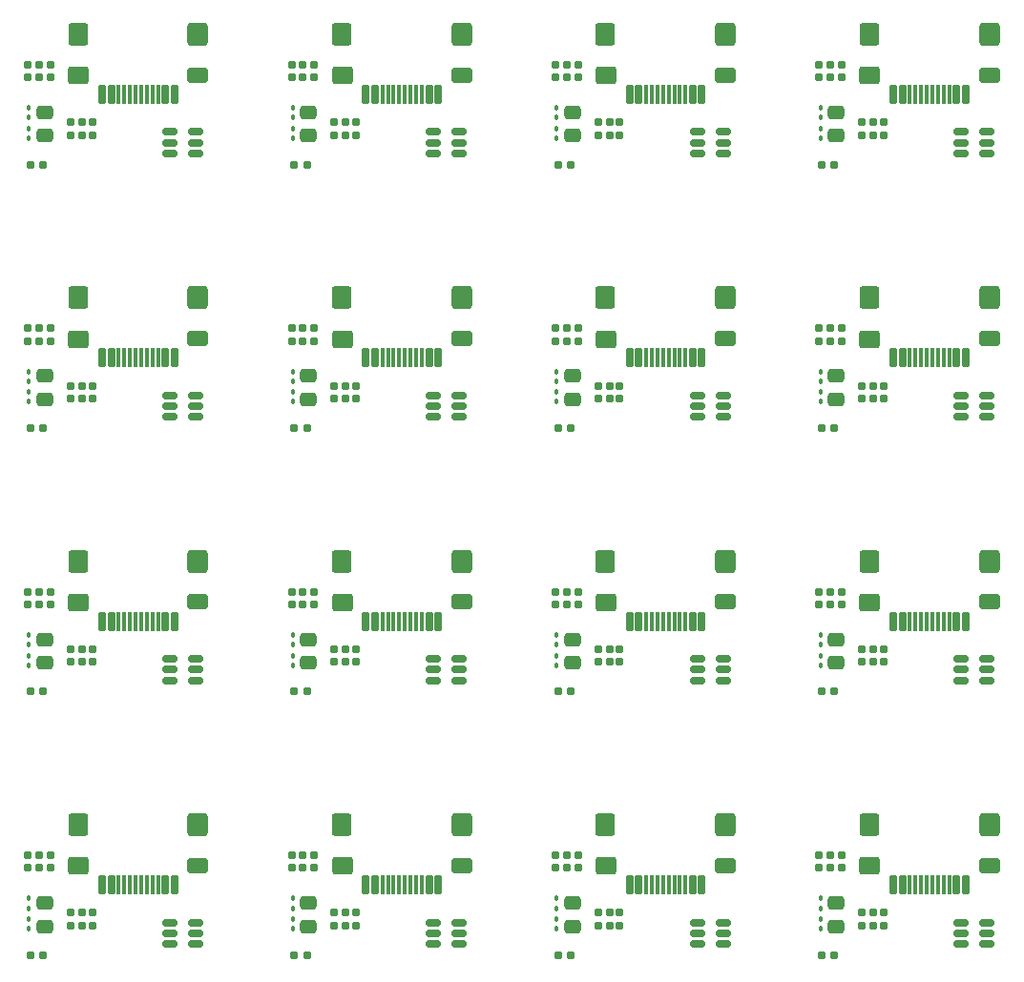
<source format=gtp>
G04 #@! TF.GenerationSoftware,KiCad,Pcbnew,8.0.6*
G04 #@! TF.CreationDate,2024-11-12T16:38:53+01:00*
G04 #@! TF.ProjectId,USB-C_Adapter - nutzen,5553422d-435f-4416-9461-70746572202d,rev?*
G04 #@! TF.SameCoordinates,Original*
G04 #@! TF.FileFunction,Paste,Top*
G04 #@! TF.FilePolarity,Positive*
%FSLAX46Y46*%
G04 Gerber Fmt 4.6, Leading zero omitted, Abs format (unit mm)*
G04 Created by KiCad (PCBNEW 8.0.6) date 2024-11-12 16:38:53*
%MOMM*%
%LPD*%
G01*
G04 APERTURE LIST*
G04 Aperture macros list*
%AMRoundRect*
0 Rectangle with rounded corners*
0 $1 Rounding radius*
0 $2 $3 $4 $5 $6 $7 $8 $9 X,Y pos of 4 corners*
0 Add a 4 corners polygon primitive as box body*
4,1,4,$2,$3,$4,$5,$6,$7,$8,$9,$2,$3,0*
0 Add four circle primitives for the rounded corners*
1,1,$1+$1,$2,$3*
1,1,$1+$1,$4,$5*
1,1,$1+$1,$6,$7*
1,1,$1+$1,$8,$9*
0 Add four rect primitives between the rounded corners*
20,1,$1+$1,$2,$3,$4,$5,0*
20,1,$1+$1,$4,$5,$6,$7,0*
20,1,$1+$1,$6,$7,$8,$9,0*
20,1,$1+$1,$8,$9,$2,$3,0*%
G04 Aperture macros list end*
%ADD10RoundRect,0.155000X0.155000X-0.212500X0.155000X0.212500X-0.155000X0.212500X-0.155000X-0.212500X0*%
%ADD11RoundRect,0.150000X0.150000X0.737500X-0.150000X0.737500X-0.150000X-0.737500X0.150000X-0.737500X0*%
%ADD12RoundRect,0.075000X0.075000X0.812500X-0.075000X0.812500X-0.075000X-0.812500X0.075000X-0.812500X0*%
%ADD13RoundRect,0.176875X0.723125X0.530625X-0.723125X0.530625X-0.723125X-0.530625X0.723125X-0.530625X0*%
%ADD14RoundRect,0.225000X0.675000X0.775000X-0.675000X0.775000X-0.675000X-0.775000X0.675000X-0.775000X0*%
%ADD15RoundRect,0.189375X0.710625X0.568125X-0.710625X0.568125X-0.710625X-0.568125X0.710625X-0.568125X0*%
%ADD16RoundRect,0.212500X0.637500X0.787500X-0.637500X0.787500X-0.637500X-0.787500X0.637500X-0.787500X0*%
%ADD17RoundRect,0.090000X0.090000X-0.139000X0.090000X0.139000X-0.090000X0.139000X-0.090000X-0.139000X0*%
%ADD18RoundRect,0.250000X0.475000X-0.337500X0.475000X0.337500X-0.475000X0.337500X-0.475000X-0.337500X0*%
%ADD19RoundRect,0.150000X-0.512500X-0.150000X0.512500X-0.150000X0.512500X0.150000X-0.512500X0.150000X0*%
%ADD20RoundRect,0.155000X-0.212500X-0.155000X0.212500X-0.155000X0.212500X0.155000X-0.212500X0.155000X0*%
G04 APERTURE END LIST*
D10*
X212000000Y-171467500D03*
X212000000Y-170332500D03*
D11*
X217594000Y-102768400D03*
X218394000Y-102768400D03*
D12*
X219544000Y-102768400D03*
X220544000Y-102768400D03*
X221044000Y-102768400D03*
X222044000Y-102768400D03*
D11*
X223194000Y-102768400D03*
X223994000Y-102768400D03*
X223994000Y-102768400D03*
X223194000Y-102768400D03*
D12*
X222544000Y-102768400D03*
X221544000Y-102768400D03*
X220044000Y-102768400D03*
X219044000Y-102768400D03*
D11*
X218394000Y-102768400D03*
X217594000Y-102768400D03*
D13*
X226094000Y-101048400D03*
D14*
X226094000Y-97410900D03*
D15*
X215494000Y-101098400D03*
D16*
X215444000Y-97410900D03*
D10*
X192400000Y-106367500D03*
X192400000Y-105232500D03*
D11*
X217594000Y-172968400D03*
X218394000Y-172968400D03*
D12*
X219544000Y-172968400D03*
X220544000Y-172968400D03*
X221044000Y-172968400D03*
X222044000Y-172968400D03*
D11*
X223194000Y-172968400D03*
X223994000Y-172968400D03*
X223994000Y-172968400D03*
X223194000Y-172968400D03*
D12*
X222544000Y-172968400D03*
X221544000Y-172968400D03*
X220044000Y-172968400D03*
X219044000Y-172968400D03*
D11*
X218394000Y-172968400D03*
X217594000Y-172968400D03*
D13*
X226094000Y-171248400D03*
D14*
X226094000Y-167610900D03*
D15*
X215494000Y-171298400D03*
D16*
X215444000Y-167610900D03*
D10*
X214800000Y-176567500D03*
X214800000Y-175432500D03*
D17*
X211100000Y-130065000D03*
X211100000Y-129200000D03*
D10*
X240100000Y-129767500D03*
X240100000Y-128632500D03*
D18*
X212500000Y-129837500D03*
X212500000Y-127762500D03*
X212500000Y-106437500D03*
X212500000Y-104362500D03*
X235900000Y-106437500D03*
X235900000Y-104362500D03*
D11*
X240994000Y-102768400D03*
X241794000Y-102768400D03*
D12*
X242944000Y-102768400D03*
X243944000Y-102768400D03*
X244444000Y-102768400D03*
X245444000Y-102768400D03*
D11*
X246594000Y-102768400D03*
X247394000Y-102768400D03*
X247394000Y-102768400D03*
X246594000Y-102768400D03*
D12*
X245944000Y-102768400D03*
X244944000Y-102768400D03*
X243444000Y-102768400D03*
X242444000Y-102768400D03*
D11*
X241794000Y-102768400D03*
X240994000Y-102768400D03*
D13*
X249494000Y-101048400D03*
D14*
X249494000Y-97410900D03*
D15*
X238894000Y-101098400D03*
D16*
X238844000Y-97410900D03*
D10*
X212000000Y-148067500D03*
X212000000Y-146932500D03*
D17*
X187700000Y-176865000D03*
X187700000Y-176000000D03*
X187700000Y-153465000D03*
X187700000Y-152600000D03*
D10*
X211000000Y-101267500D03*
X211000000Y-100132500D03*
D11*
X170794000Y-126168400D03*
X171594000Y-126168400D03*
D12*
X172744000Y-126168400D03*
X173744000Y-126168400D03*
X174244000Y-126168400D03*
X175244000Y-126168400D03*
D11*
X176394000Y-126168400D03*
X177194000Y-126168400D03*
X177194000Y-126168400D03*
X176394000Y-126168400D03*
D12*
X175744000Y-126168400D03*
X174744000Y-126168400D03*
X173244000Y-126168400D03*
X172244000Y-126168400D03*
D11*
X171594000Y-126168400D03*
X170794000Y-126168400D03*
D13*
X179294000Y-124448400D03*
D14*
X179294000Y-120810900D03*
D15*
X168694000Y-124498400D03*
D16*
X168644000Y-120810900D03*
D10*
X188600000Y-101267500D03*
X188600000Y-100132500D03*
X234400000Y-171467500D03*
X234400000Y-170332500D03*
D17*
X211100000Y-175032500D03*
X211100000Y-174167500D03*
D10*
X215800000Y-153167500D03*
X215800000Y-152032500D03*
D19*
X223600000Y-152900000D03*
X223600000Y-153850000D03*
X223600000Y-154800000D03*
X225875000Y-154800000D03*
X225875000Y-153850000D03*
X225875000Y-152900000D03*
D18*
X235900000Y-129837500D03*
X235900000Y-127762500D03*
D10*
X193300000Y-129767500D03*
X193300000Y-128632500D03*
D17*
X211100000Y-151632500D03*
X211100000Y-150767500D03*
D18*
X165700000Y-153237500D03*
X165700000Y-151162500D03*
D19*
X223600000Y-106100000D03*
X223600000Y-107050000D03*
X223600000Y-108000000D03*
X225875000Y-108000000D03*
X225875000Y-107050000D03*
X225875000Y-106100000D03*
D10*
X213000000Y-171467500D03*
X213000000Y-170332500D03*
D20*
X211232500Y-179200000D03*
X212367500Y-179200000D03*
D11*
X240994000Y-172968400D03*
X241794000Y-172968400D03*
D12*
X242944000Y-172968400D03*
X243944000Y-172968400D03*
X244444000Y-172968400D03*
X245444000Y-172968400D03*
D11*
X246594000Y-172968400D03*
X247394000Y-172968400D03*
X247394000Y-172968400D03*
X246594000Y-172968400D03*
D12*
X245944000Y-172968400D03*
X244944000Y-172968400D03*
X243444000Y-172968400D03*
X242444000Y-172968400D03*
D11*
X241794000Y-172968400D03*
X240994000Y-172968400D03*
D13*
X249494000Y-171248400D03*
D14*
X249494000Y-167610900D03*
D15*
X238894000Y-171298400D03*
D16*
X238844000Y-167610900D03*
D10*
X235400000Y-124667500D03*
X235400000Y-123532500D03*
D17*
X164300000Y-151632500D03*
X164300000Y-150767500D03*
D10*
X187600000Y-101267500D03*
X187600000Y-100132500D03*
D11*
X194194000Y-172968400D03*
X194994000Y-172968400D03*
D12*
X196144000Y-172968400D03*
X197144000Y-172968400D03*
X197644000Y-172968400D03*
X198644000Y-172968400D03*
D11*
X199794000Y-172968400D03*
X200594000Y-172968400D03*
X200594000Y-172968400D03*
X199794000Y-172968400D03*
D12*
X199144000Y-172968400D03*
X198144000Y-172968400D03*
X196644000Y-172968400D03*
X195644000Y-172968400D03*
D11*
X194994000Y-172968400D03*
X194194000Y-172968400D03*
D13*
X202694000Y-171248400D03*
D14*
X202694000Y-167610900D03*
D15*
X192094000Y-171298400D03*
D16*
X192044000Y-167610900D03*
D10*
X215800000Y-129767500D03*
X215800000Y-128632500D03*
D20*
X164432500Y-179200000D03*
X165567500Y-179200000D03*
D19*
X200200000Y-152900000D03*
X200200000Y-153850000D03*
X200200000Y-154800000D03*
X202475000Y-154800000D03*
X202475000Y-153850000D03*
X202475000Y-152900000D03*
D18*
X212500000Y-176637500D03*
X212500000Y-174562500D03*
D17*
X211100000Y-106665000D03*
X211100000Y-105800000D03*
D10*
X189600000Y-171467500D03*
X189600000Y-170332500D03*
D18*
X235900000Y-153237500D03*
X235900000Y-151162500D03*
X189100000Y-106437500D03*
X189100000Y-104362500D03*
D10*
X187600000Y-124667500D03*
X187600000Y-123532500D03*
X192400000Y-153167500D03*
X192400000Y-152032500D03*
X238200000Y-129767500D03*
X238200000Y-128632500D03*
X214800000Y-129767500D03*
X214800000Y-128632500D03*
X189600000Y-124667500D03*
X189600000Y-123532500D03*
D18*
X165700000Y-129837500D03*
X165700000Y-127762500D03*
D10*
X212000000Y-124667500D03*
X212000000Y-123532500D03*
D17*
X234500000Y-104832500D03*
X234500000Y-103967500D03*
X211100000Y-176865000D03*
X211100000Y-176000000D03*
D11*
X217594000Y-126168400D03*
X218394000Y-126168400D03*
D12*
X219544000Y-126168400D03*
X220544000Y-126168400D03*
X221044000Y-126168400D03*
X222044000Y-126168400D03*
D11*
X223194000Y-126168400D03*
X223994000Y-126168400D03*
X223994000Y-126168400D03*
X223194000Y-126168400D03*
D12*
X222544000Y-126168400D03*
X221544000Y-126168400D03*
X220044000Y-126168400D03*
X219044000Y-126168400D03*
D11*
X218394000Y-126168400D03*
X217594000Y-126168400D03*
D13*
X226094000Y-124448400D03*
D14*
X226094000Y-120810900D03*
D15*
X215494000Y-124498400D03*
D16*
X215444000Y-120810900D03*
D10*
X191400000Y-129767500D03*
X191400000Y-128632500D03*
X192400000Y-176567500D03*
X192400000Y-175432500D03*
D20*
X234632500Y-155800000D03*
X235767500Y-155800000D03*
D18*
X165700000Y-106437500D03*
X165700000Y-104362500D03*
D10*
X165200000Y-124667500D03*
X165200000Y-123532500D03*
D17*
X164300000Y-104832500D03*
X164300000Y-103967500D03*
D20*
X164432500Y-109000000D03*
X165567500Y-109000000D03*
D17*
X164300000Y-175032500D03*
X164300000Y-174167500D03*
D10*
X193300000Y-153167500D03*
X193300000Y-152032500D03*
D17*
X234500000Y-175032500D03*
X234500000Y-174167500D03*
D10*
X239200000Y-106367500D03*
X239200000Y-105232500D03*
X187600000Y-171467500D03*
X187600000Y-170332500D03*
X169000000Y-153167500D03*
X169000000Y-152032500D03*
X240100000Y-153167500D03*
X240100000Y-152032500D03*
X169000000Y-129767500D03*
X169000000Y-128632500D03*
X214800000Y-153167500D03*
X214800000Y-152032500D03*
X169000000Y-176567500D03*
X169000000Y-175432500D03*
X239200000Y-153167500D03*
X239200000Y-152032500D03*
X169000000Y-106367500D03*
X169000000Y-105232500D03*
X164200000Y-171467500D03*
X164200000Y-170332500D03*
D20*
X187832500Y-132400000D03*
X188967500Y-132400000D03*
D10*
X238200000Y-176567500D03*
X238200000Y-175432500D03*
X240100000Y-106367500D03*
X240100000Y-105232500D03*
D18*
X189100000Y-176637500D03*
X189100000Y-174562500D03*
D19*
X247000000Y-106100000D03*
X247000000Y-107050000D03*
X247000000Y-108000000D03*
X249275000Y-108000000D03*
X249275000Y-107050000D03*
X249275000Y-106100000D03*
X176800000Y-176300000D03*
X176800000Y-177250000D03*
X176800000Y-178200000D03*
X179075000Y-178200000D03*
X179075000Y-177250000D03*
X179075000Y-176300000D03*
D17*
X211100000Y-104832500D03*
X211100000Y-103967500D03*
D19*
X200200000Y-176300000D03*
X200200000Y-177250000D03*
X200200000Y-178200000D03*
X202475000Y-178200000D03*
X202475000Y-177250000D03*
X202475000Y-176300000D03*
D10*
X235400000Y-171467500D03*
X235400000Y-170332500D03*
X212000000Y-101267500D03*
X212000000Y-100132500D03*
X168000000Y-106367500D03*
X168000000Y-105232500D03*
X191400000Y-176567500D03*
X191400000Y-175432500D03*
X239200000Y-176567500D03*
X239200000Y-175432500D03*
X168000000Y-176567500D03*
X168000000Y-175432500D03*
D20*
X234632500Y-132400000D03*
X235767500Y-132400000D03*
D18*
X189100000Y-129837500D03*
X189100000Y-127762500D03*
D10*
X165200000Y-101267500D03*
X165200000Y-100132500D03*
D20*
X234632500Y-179200000D03*
X235767500Y-179200000D03*
D10*
X234400000Y-124667500D03*
X234400000Y-123532500D03*
X188600000Y-171467500D03*
X188600000Y-170332500D03*
D18*
X212500000Y-153237500D03*
X212500000Y-151162500D03*
D10*
X166200000Y-171467500D03*
X166200000Y-170332500D03*
D11*
X217594000Y-149568400D03*
X218394000Y-149568400D03*
D12*
X219544000Y-149568400D03*
X220544000Y-149568400D03*
X221044000Y-149568400D03*
X222044000Y-149568400D03*
D11*
X223194000Y-149568400D03*
X223994000Y-149568400D03*
X223994000Y-149568400D03*
X223194000Y-149568400D03*
D12*
X222544000Y-149568400D03*
X221544000Y-149568400D03*
X220044000Y-149568400D03*
X219044000Y-149568400D03*
D11*
X218394000Y-149568400D03*
X217594000Y-149568400D03*
D13*
X226094000Y-147848400D03*
D14*
X226094000Y-144210900D03*
D15*
X215494000Y-147898400D03*
D16*
X215444000Y-144210900D03*
D10*
X164200000Y-101267500D03*
X164200000Y-100132500D03*
X165200000Y-171467500D03*
X165200000Y-170332500D03*
X211000000Y-148067500D03*
X211000000Y-146932500D03*
D19*
X200200000Y-106100000D03*
X200200000Y-107050000D03*
X200200000Y-108000000D03*
X202475000Y-108000000D03*
X202475000Y-107050000D03*
X202475000Y-106100000D03*
D11*
X194194000Y-149568400D03*
X194994000Y-149568400D03*
D12*
X196144000Y-149568400D03*
X197144000Y-149568400D03*
X197644000Y-149568400D03*
X198644000Y-149568400D03*
D11*
X199794000Y-149568400D03*
X200594000Y-149568400D03*
X200594000Y-149568400D03*
X199794000Y-149568400D03*
D12*
X199144000Y-149568400D03*
X198144000Y-149568400D03*
X196644000Y-149568400D03*
X195644000Y-149568400D03*
D11*
X194994000Y-149568400D03*
X194194000Y-149568400D03*
D13*
X202694000Y-147848400D03*
D14*
X202694000Y-144210900D03*
D15*
X192094000Y-147898400D03*
D16*
X192044000Y-144210900D03*
D19*
X247000000Y-152900000D03*
X247000000Y-153850000D03*
X247000000Y-154800000D03*
X249275000Y-154800000D03*
X249275000Y-153850000D03*
X249275000Y-152900000D03*
D10*
X166200000Y-124667500D03*
X166200000Y-123532500D03*
D18*
X165700000Y-176637500D03*
X165700000Y-174562500D03*
D10*
X235400000Y-148067500D03*
X235400000Y-146932500D03*
D17*
X234500000Y-128232500D03*
X234500000Y-127367500D03*
X187700000Y-151632500D03*
X187700000Y-150767500D03*
D20*
X211232500Y-109000000D03*
X212367500Y-109000000D03*
D11*
X194194000Y-126168400D03*
X194994000Y-126168400D03*
D12*
X196144000Y-126168400D03*
X197144000Y-126168400D03*
X197644000Y-126168400D03*
X198644000Y-126168400D03*
D11*
X199794000Y-126168400D03*
X200594000Y-126168400D03*
X200594000Y-126168400D03*
X199794000Y-126168400D03*
D12*
X199144000Y-126168400D03*
X198144000Y-126168400D03*
X196644000Y-126168400D03*
X195644000Y-126168400D03*
D11*
X194994000Y-126168400D03*
X194194000Y-126168400D03*
D13*
X202694000Y-124448400D03*
D14*
X202694000Y-120810900D03*
D15*
X192094000Y-124498400D03*
D16*
X192044000Y-120810900D03*
D10*
X166200000Y-148067500D03*
X166200000Y-146932500D03*
X215800000Y-176567500D03*
X215800000Y-175432500D03*
D17*
X234500000Y-151632500D03*
X234500000Y-150767500D03*
D19*
X247000000Y-176300000D03*
X247000000Y-177250000D03*
X247000000Y-178200000D03*
X249275000Y-178200000D03*
X249275000Y-177250000D03*
X249275000Y-176300000D03*
D20*
X211232500Y-132400000D03*
X212367500Y-132400000D03*
D10*
X164200000Y-148067500D03*
X164200000Y-146932500D03*
D11*
X170794000Y-102768400D03*
X171594000Y-102768400D03*
D12*
X172744000Y-102768400D03*
X173744000Y-102768400D03*
X174244000Y-102768400D03*
X175244000Y-102768400D03*
D11*
X176394000Y-102768400D03*
X177194000Y-102768400D03*
X177194000Y-102768400D03*
X176394000Y-102768400D03*
D12*
X175744000Y-102768400D03*
X174744000Y-102768400D03*
X173244000Y-102768400D03*
X172244000Y-102768400D03*
D11*
X171594000Y-102768400D03*
X170794000Y-102768400D03*
D13*
X179294000Y-101048400D03*
D14*
X179294000Y-97410900D03*
D15*
X168694000Y-101098400D03*
D16*
X168644000Y-97410900D03*
D11*
X240994000Y-149568400D03*
X241794000Y-149568400D03*
D12*
X242944000Y-149568400D03*
X243944000Y-149568400D03*
X244444000Y-149568400D03*
X245444000Y-149568400D03*
D11*
X246594000Y-149568400D03*
X247394000Y-149568400D03*
X247394000Y-149568400D03*
X246594000Y-149568400D03*
D12*
X245944000Y-149568400D03*
X244944000Y-149568400D03*
X243444000Y-149568400D03*
X242444000Y-149568400D03*
D11*
X241794000Y-149568400D03*
X240994000Y-149568400D03*
D13*
X249494000Y-147848400D03*
D14*
X249494000Y-144210900D03*
D15*
X238894000Y-147898400D03*
D16*
X238844000Y-144210900D03*
D10*
X169900000Y-153167500D03*
X169900000Y-152032500D03*
X213000000Y-148067500D03*
X213000000Y-146932500D03*
D17*
X211100000Y-128232500D03*
X211100000Y-127367500D03*
D10*
X236400000Y-101267500D03*
X236400000Y-100132500D03*
X164200000Y-124667500D03*
X164200000Y-123532500D03*
D17*
X234500000Y-176865000D03*
X234500000Y-176000000D03*
D10*
X169900000Y-106367500D03*
X169900000Y-105232500D03*
D17*
X164300000Y-130065000D03*
X164300000Y-129200000D03*
X211100000Y-153465000D03*
X211100000Y-152600000D03*
D20*
X164432500Y-132400000D03*
X165567500Y-132400000D03*
D19*
X176800000Y-152900000D03*
X176800000Y-153850000D03*
X176800000Y-154800000D03*
X179075000Y-154800000D03*
X179075000Y-153850000D03*
X179075000Y-152900000D03*
D20*
X164432500Y-155800000D03*
X165567500Y-155800000D03*
D10*
X235400000Y-101267500D03*
X235400000Y-100132500D03*
X193300000Y-106367500D03*
X193300000Y-105232500D03*
X236400000Y-124667500D03*
X236400000Y-123532500D03*
D17*
X164300000Y-176865000D03*
X164300000Y-176000000D03*
D11*
X240994000Y-126168400D03*
X241794000Y-126168400D03*
D12*
X242944000Y-126168400D03*
X243944000Y-126168400D03*
X244444000Y-126168400D03*
X245444000Y-126168400D03*
D11*
X246594000Y-126168400D03*
X247394000Y-126168400D03*
X247394000Y-126168400D03*
X246594000Y-126168400D03*
D12*
X245944000Y-126168400D03*
X244944000Y-126168400D03*
X243444000Y-126168400D03*
X242444000Y-126168400D03*
D11*
X241794000Y-126168400D03*
X240994000Y-126168400D03*
D13*
X249494000Y-124448400D03*
D14*
X249494000Y-120810900D03*
D15*
X238894000Y-124498400D03*
D16*
X238844000Y-120810900D03*
D17*
X187700000Y-130065000D03*
X187700000Y-129200000D03*
D11*
X194194000Y-102768400D03*
X194994000Y-102768400D03*
D12*
X196144000Y-102768400D03*
X197144000Y-102768400D03*
X197644000Y-102768400D03*
X198644000Y-102768400D03*
D11*
X199794000Y-102768400D03*
X200594000Y-102768400D03*
X200594000Y-102768400D03*
X199794000Y-102768400D03*
D12*
X199144000Y-102768400D03*
X198144000Y-102768400D03*
X196644000Y-102768400D03*
X195644000Y-102768400D03*
D11*
X194994000Y-102768400D03*
X194194000Y-102768400D03*
D13*
X202694000Y-101048400D03*
D14*
X202694000Y-97410900D03*
D15*
X192094000Y-101098400D03*
D16*
X192044000Y-97410900D03*
D17*
X164300000Y-128232500D03*
X164300000Y-127367500D03*
D10*
X169900000Y-129767500D03*
X169900000Y-128632500D03*
X169900000Y-176567500D03*
X169900000Y-175432500D03*
X193300000Y-176567500D03*
X193300000Y-175432500D03*
X189600000Y-101267500D03*
X189600000Y-100132500D03*
X236400000Y-148067500D03*
X236400000Y-146932500D03*
D17*
X234500000Y-130065000D03*
X234500000Y-129200000D03*
D10*
X238200000Y-106367500D03*
X238200000Y-105232500D03*
X188600000Y-124667500D03*
X188600000Y-123532500D03*
D17*
X187700000Y-128232500D03*
X187700000Y-127367500D03*
D10*
X188600000Y-148067500D03*
X188600000Y-146932500D03*
D18*
X189100000Y-153237500D03*
X189100000Y-151162500D03*
D17*
X187700000Y-175032500D03*
X187700000Y-174167500D03*
D10*
X187600000Y-148067500D03*
X187600000Y-146932500D03*
D20*
X187832500Y-155800000D03*
X188967500Y-155800000D03*
D10*
X191400000Y-106367500D03*
X191400000Y-105232500D03*
D11*
X170794000Y-172968400D03*
X171594000Y-172968400D03*
D12*
X172744000Y-172968400D03*
X173744000Y-172968400D03*
X174244000Y-172968400D03*
X175244000Y-172968400D03*
D11*
X176394000Y-172968400D03*
X177194000Y-172968400D03*
X177194000Y-172968400D03*
X176394000Y-172968400D03*
D12*
X175744000Y-172968400D03*
X174744000Y-172968400D03*
X173244000Y-172968400D03*
X172244000Y-172968400D03*
D11*
X171594000Y-172968400D03*
X170794000Y-172968400D03*
D13*
X179294000Y-171248400D03*
D14*
X179294000Y-167610900D03*
D15*
X168694000Y-171298400D03*
D16*
X168644000Y-167610900D03*
D10*
X234400000Y-101267500D03*
X234400000Y-100132500D03*
D19*
X247000000Y-129500000D03*
X247000000Y-130450000D03*
X247000000Y-131400000D03*
X249275000Y-131400000D03*
X249275000Y-130450000D03*
X249275000Y-129500000D03*
D20*
X211232500Y-155800000D03*
X212367500Y-155800000D03*
D10*
X166200000Y-101267500D03*
X166200000Y-100132500D03*
D19*
X223600000Y-129500000D03*
X223600000Y-130450000D03*
X223600000Y-131400000D03*
X225875000Y-131400000D03*
X225875000Y-130450000D03*
X225875000Y-129500000D03*
D10*
X216700000Y-153167500D03*
X216700000Y-152032500D03*
X238200000Y-153167500D03*
X238200000Y-152032500D03*
D19*
X200200000Y-129500000D03*
X200200000Y-130450000D03*
X200200000Y-131400000D03*
X202475000Y-131400000D03*
X202475000Y-130450000D03*
X202475000Y-129500000D03*
D10*
X211000000Y-171467500D03*
X211000000Y-170332500D03*
X214800000Y-106367500D03*
X214800000Y-105232500D03*
X216700000Y-129767500D03*
X216700000Y-128632500D03*
D19*
X223600000Y-176300000D03*
X223600000Y-177250000D03*
X223600000Y-178200000D03*
X225875000Y-178200000D03*
X225875000Y-177250000D03*
X225875000Y-176300000D03*
D17*
X164300000Y-106665000D03*
X164300000Y-105800000D03*
D10*
X215800000Y-106367500D03*
X215800000Y-105232500D03*
D17*
X187700000Y-104832500D03*
X187700000Y-103967500D03*
D10*
X236400000Y-171467500D03*
X236400000Y-170332500D03*
X216700000Y-176567500D03*
X216700000Y-175432500D03*
X240100000Y-176567500D03*
X240100000Y-175432500D03*
X168000000Y-153167500D03*
X168000000Y-152032500D03*
X191400000Y-153167500D03*
X191400000Y-152032500D03*
X213000000Y-101267500D03*
X213000000Y-100132500D03*
X189600000Y-148067500D03*
X189600000Y-146932500D03*
D20*
X234632500Y-109000000D03*
X235767500Y-109000000D03*
D17*
X234500000Y-153465000D03*
X234500000Y-152600000D03*
D10*
X192400000Y-129767500D03*
X192400000Y-128632500D03*
D17*
X164300000Y-153465000D03*
X164300000Y-152600000D03*
D11*
X170794000Y-149568400D03*
X171594000Y-149568400D03*
D12*
X172744000Y-149568400D03*
X173744000Y-149568400D03*
X174244000Y-149568400D03*
X175244000Y-149568400D03*
D11*
X176394000Y-149568400D03*
X177194000Y-149568400D03*
X177194000Y-149568400D03*
X176394000Y-149568400D03*
D12*
X175744000Y-149568400D03*
X174744000Y-149568400D03*
X173244000Y-149568400D03*
X172244000Y-149568400D03*
D11*
X171594000Y-149568400D03*
X170794000Y-149568400D03*
D13*
X179294000Y-147848400D03*
D14*
X179294000Y-144210900D03*
D15*
X168694000Y-147898400D03*
D16*
X168644000Y-144210900D03*
D20*
X187832500Y-179200000D03*
X188967500Y-179200000D03*
D19*
X176800000Y-129500000D03*
X176800000Y-130450000D03*
X176800000Y-131400000D03*
X179075000Y-131400000D03*
X179075000Y-130450000D03*
X179075000Y-129500000D03*
D10*
X168000000Y-129767500D03*
X168000000Y-128632500D03*
D17*
X234500000Y-106665000D03*
X234500000Y-105800000D03*
D10*
X165200000Y-148067500D03*
X165200000Y-146932500D03*
D19*
X176800000Y-106100000D03*
X176800000Y-107050000D03*
X176800000Y-108000000D03*
X179075000Y-108000000D03*
X179075000Y-107050000D03*
X179075000Y-106100000D03*
D20*
X187832500Y-109000000D03*
X188967500Y-109000000D03*
D10*
X239200000Y-129767500D03*
X239200000Y-128632500D03*
D17*
X187700000Y-106665000D03*
X187700000Y-105800000D03*
D18*
X235900000Y-176637500D03*
X235900000Y-174562500D03*
D10*
X216700000Y-106367500D03*
X216700000Y-105232500D03*
X211000000Y-124667500D03*
X211000000Y-123532500D03*
X213000000Y-124667500D03*
X213000000Y-123532500D03*
X234400000Y-148067500D03*
X234400000Y-146932500D03*
M02*

</source>
